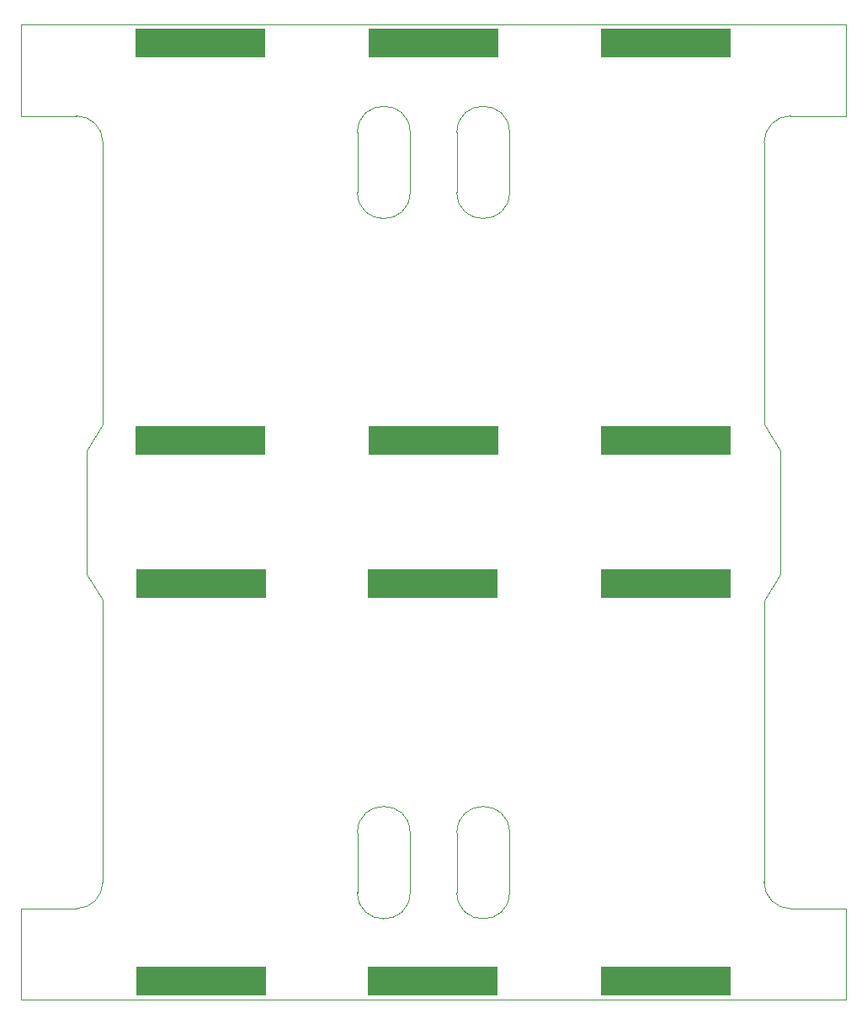
<source format=gbr>
%TF.GenerationSoftware,KiCad,Pcbnew,7.0.5*%
%TF.CreationDate,2023-06-21T15:03:31-07:00*%
%TF.ProjectId,solar-panel-NoCutout,736f6c61-722d-4706-916e-656c2d4e6f43,3.0*%
%TF.SameCoordinates,Original*%
%TF.FileFunction,Paste,Top*%
%TF.FilePolarity,Positive*%
%FSLAX46Y46*%
G04 Gerber Fmt 4.6, Leading zero omitted, Abs format (unit mm)*
G04 Created by KiCad (PCBNEW 7.0.5) date 2023-06-21 15:03:31*
%MOMM*%
%LPD*%
G01*
G04 APERTURE LIST*
%ADD10R,13.000000X3.000000*%
%TA.AperFunction,Profile*%
%ADD11C,0.050000*%
%TD*%
G04 APERTURE END LIST*
D10*
%TO.C,SC5*%
X167860000Y-67570000D03*
X167860000Y-107570000D03*
%TD*%
%TO.C,SC3*%
X144490000Y-67570000D03*
X144490000Y-107570000D03*
%TD*%
%TO.C,SC4*%
X144450000Y-121940000D03*
X144450000Y-161940000D03*
%TD*%
%TO.C,SC2*%
X121120000Y-121920000D03*
X121120000Y-161920000D03*
%TD*%
%TO.C,SC6*%
X167850000Y-121950000D03*
X167850000Y-161950000D03*
%TD*%
%TO.C,SC1*%
X121090000Y-67570000D03*
X121090000Y-107570000D03*
%TD*%
D11*
X136850000Y-153000000D02*
X136850000Y-147000000D01*
X142150000Y-153000000D02*
X142150000Y-147000000D01*
X146850000Y-147000000D02*
X146850000Y-153000000D01*
X152150000Y-153000000D02*
X152150000Y-147000000D01*
X142150000Y-76600000D02*
X142150000Y-82600000D01*
X136850000Y-76600000D02*
X136850000Y-82600000D01*
X146850000Y-76600000D02*
X146850000Y-82600000D01*
X152150000Y-76600000D02*
X152150000Y-82600000D01*
X186000000Y-65750000D02*
X103000000Y-65750000D01*
X108580000Y-74920000D02*
X103000000Y-74920000D01*
X111239937Y-77570000D02*
G75*
G03*
X108580000Y-74920001I-2644937J5100D01*
G01*
X103000000Y-65750000D02*
X103000000Y-74920000D01*
X103000000Y-154620000D02*
X103000000Y-163750000D01*
X136850000Y-82600000D02*
G75*
G03*
X142150000Y-82600000I2650000J0D01*
G01*
X186000000Y-74925000D02*
X180420000Y-74925000D01*
X152150000Y-76600000D02*
G75*
G03*
X146850000Y-76600000I-2650000J0D01*
G01*
X186000000Y-74925000D02*
X186000000Y-65750000D01*
X142150000Y-76600000D02*
G75*
G03*
X136850000Y-76600000I-2650000J0D01*
G01*
X111240000Y-123595000D02*
X111240000Y-151970000D01*
X109650000Y-108545000D02*
X109650000Y-120995000D01*
X109650000Y-120995000D02*
X111240000Y-123595000D01*
X103000000Y-163750000D02*
X186000000Y-163750000D01*
X142150000Y-147000000D02*
G75*
G03*
X136850000Y-147000000I-2650000J0D01*
G01*
X186000000Y-163750000D02*
X186000000Y-154625000D01*
X136850000Y-153000000D02*
G75*
G03*
X142150000Y-153000000I2650000J0D01*
G01*
X180420000Y-74925039D02*
G75*
G03*
X177760001Y-77575000I-15100J-2644861D01*
G01*
X109650000Y-108545000D02*
X111240000Y-105945000D01*
X177760000Y-105950000D02*
X179350000Y-108550000D01*
X177760000Y-77575000D02*
X177760000Y-105950000D01*
X152150000Y-147000000D02*
G75*
G03*
X146850000Y-147000000I-2650000J0D01*
G01*
X108580000Y-154619961D02*
G75*
G03*
X111239999Y-151970000I15000J2644961D01*
G01*
X179350000Y-108550000D02*
X179350000Y-121000000D01*
X146850000Y-153000000D02*
G75*
G03*
X152150000Y-153000000I2650000J0D01*
G01*
X111240000Y-77570000D02*
X111240000Y-105945000D01*
X177759964Y-151975000D02*
G75*
G03*
X180420000Y-154624999I2645136J-4900D01*
G01*
X103000000Y-154620000D02*
X108580000Y-154620000D01*
X146850000Y-82600000D02*
G75*
G03*
X152150000Y-82600000I2650000J0D01*
G01*
X177760000Y-123600000D02*
X177760000Y-151975000D01*
X177760000Y-123600000D02*
X179350000Y-121000000D01*
X180420000Y-154625000D02*
X186000000Y-154625000D01*
M02*

</source>
